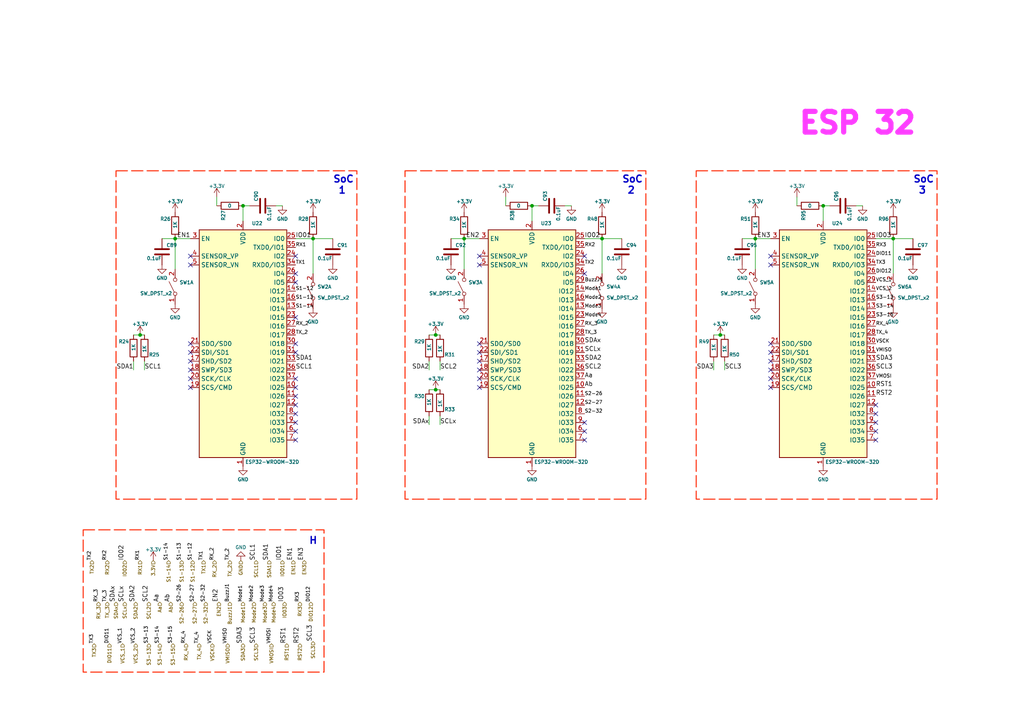
<source format=kicad_sch>
(kicad_sch (version 20230121) (generator eeschema)
  (paper "A4")
  (title_block (title "SoC_RemoteV2") (date "2024-11-28") (rev "V3") (company "Dharma Bot KRS"))
  (lib_symbols
    (symbol "Device:C" (pin_numbers hide) (pin_names (offset 0.254))
      (property "Reference" "C" (at 0.635 2.54 0))
      (property "Value" "C" (at 0.635 -2.54 0))
      (symbol "C_0_1"
        (polyline (pts (xy -2.032 -0.762) (xy 2.032 -0.762)) (stroke (width 0.508)))
        (polyline (pts (xy -2.032 0.762) (xy 2.032 0.762)) (stroke (width 0.508)))
      )
      (symbol "C_1_1"
        (pin passive line (at 0 3.81 270) (length 2.794) (name "~") (number "1"))
        (pin passive line (at 0 -3.81 90) (length 2.794) (name "~") (number "2"))
      )
    )
    (symbol "Device:R" (pin_numbers hide) (pin_names (offset 0))
      (property "Reference" "R" (at 2.032 0 90))
      (property "Value" "R" (at 0 0 90))
      (symbol "R_0_1"
        (rectangle (start -1.016 -2.54) (end 1.016 2.54) (stroke (width 0.254)))
      )
      (symbol "R_1_1"
        (pin passive line (at 0 3.81 270) (length 1.27) (name "~") (number "1"))
        (pin passive line (at 0 -3.81 90) (length 1.27) (name "~") (number "2"))
      )
    )
    (symbol "RF_Module:ESP32-WROOM-32D"
      (property "Reference" "U" (at -12.7 34.29 0))
      (property "Value" "ESP32-WROOM-32D" (at 1.27 34.29 0))
      (symbol "ESP32-WROOM-32D_0_1"
        (rectangle (start -12.7 33.02) (end 12.7 -33.02) (stroke (width 0.254)) (fill (type background)))
      )
      (symbol "ESP32-WROOM-32D_1_1"
        (pin power_in line (at 0 -35.56 90) (length 2.54) (name "GND") (number "1"))
        (pin bidirectional line (at 15.24 -12.7 180) (length 2.54) (name "IO25") (number "10"))
        (pin bidirectional line (at 15.24 -15.24 180) (length 2.54) (name "IO26") (number "11"))
        (pin bidirectional line (at 15.24 -17.78 180) (length 2.54) (name "IO27") (number "12"))
        (pin bidirectional line (at 15.24 10.16 180) (length 2.54) (name "IO14") (number "13"))
        (pin bidirectional line (at 15.24 15.24 180) (length 2.54) (name "IO12") (number "14"))
        (pin passive line (at 0 -35.56 90) (length 2.54) hide (name "GND") (number "15"))
        (pin bidirectional line (at 15.24 12.7 180) (length 2.54) (name "IO13") (number "16"))
        (pin bidirectional line (at -15.24 -5.08 0) (length 2.54) (name "SHD/SD2") (number "17"))
        (pin bidirectional line (at -15.24 -7.62 0) (length 2.54) (name "SWP/SD3") (number "18"))
        (pin bidirectional line (at -15.24 -12.7 0) (length 2.54) (name "SCS/CMD") (number "19"))
        (pin power_in line (at 0 35.56 270) (length 2.54) (name "VDD") (number "2"))
        (pin bidirectional line (at -15.24 -10.16 0) (length 2.54) (name "SCK/CLK") (number "20"))
        (pin bidirectional line (at -15.24 0 0) (length 2.54) (name "SDO/SD0") (number "21"))
        (pin bidirectional line (at -15.24 -2.54 0) (length 2.54) (name "SDI/SD1") (number "22"))
        (pin bidirectional line (at 15.24 7.62 180) (length 2.54) (name "IO15") (number "23"))
        (pin bidirectional line (at 15.24 25.4 180) (length 2.54) (name "IO2") (number "24"))
        (pin bidirectional line (at 15.24 30.48 180) (length 2.54) (name "IO0") (number "25"))
        (pin bidirectional line (at 15.24 20.32 180) (length 2.54) (name "IO4") (number "26"))
        (pin bidirectional line (at 15.24 5.08 180) (length 2.54) (name "IO16") (number "27"))
        (pin bidirectional line (at 15.24 2.54 180) (length 2.54) (name "IO17") (number "28"))
        (pin bidirectional line (at 15.24 17.78 180) (length 2.54) (name "IO5") (number "29"))
        (pin input line (at -15.24 30.48 0) (length 2.54) (name "EN") (number "3"))
        (pin bidirectional line (at 15.24 0 180) (length 2.54) (name "IO18") (number "30"))
        (pin bidirectional line (at 15.24 -2.54 180) (length 2.54) (name "IO19") (number "31"))
        (pin no_connect line (at -12.7 -27.94 0) (length 2.54) hide (name "NC") (number "32"))
        (pin bidirectional line (at 15.24 -5.08 180) (length 2.54) (name "IO21") (number "33"))
        (pin bidirectional line (at 15.24 22.86 180) (length 2.54) (name "RXD0/IO3") (number "34"))
        (pin bidirectional line (at 15.24 27.94 180) (length 2.54) (name "TXD0/IO1") (number "35"))
        (pin bidirectional line (at 15.24 -7.62 180) (length 2.54) (name "IO22") (number "36"))
        (pin bidirectional line (at 15.24 -10.16 180) (length 2.54) (name "IO23") (number "37"))
        (pin passive line (at 0 -35.56 90) (length 2.54) hide (name "GND") (number "38"))
        (pin passive line (at 0 -35.56 90) (length 2.54) hide (name "GND") (number "39"))
        (pin input line (at -15.24 25.4 0) (length 2.54) (name "SENSOR_VP") (number "4"))
        (pin input line (at -15.24 22.86 0) (length 2.54) (name "SENSOR_VN") (number "5"))
        (pin input line (at 15.24 -25.4 180) (length 2.54) (name "IO34") (number "6"))
        (pin input line (at 15.24 -27.94 180) (length 2.54) (name "IO35") (number "7"))
        (pin bidirectional line (at 15.24 -20.32 180) (length 2.54) (name "IO32") (number "8"))
        (pin bidirectional line (at 15.24 -22.86 180) (length 2.54) (name "IO33") (number "9"))
      )
    )
    (symbol "Switch:SW_DPST_x2" (pin_names (offset 0) hide)
      (property "Reference" "SW" (at 0 3.175 0))
      (property "Value" "SW_DPST_x2" (at 0 -2.54 0))
      (symbol "SW_DPST_x2_0_0"
        (circle (center -2.032 0) (radius 0.508))
        (polyline (pts (xy -1.524 0.254) (xy 1.524 1.778)))
        (circle (center 2.032 0) (radius 0.508))
      )
      (symbol "SW_DPST_x2_1_1"
        (pin passive line (at -5.08 0 0) (length 2.54) (name "A") (number "1"))
        (pin passive line (at 5.08 0 180) (length 2.54) (name "B") (number "2"))
      )
      (symbol "SW_DPST_x2_2_1"
        (pin passive line (at -5.08 0 0) (length 2.54) (name "A") (number "3"))
        (pin passive line (at 5.08 0 180) (length 2.54) (name "B") (number "4"))
      )
    )
    (symbol "power:+3.3V" (power) (pin_names (offset 0))
      (property "Value" "+3.3V" (at 0 3.556 0))
      (symbol "+3.3V_0_1"
        (polyline (pts (xy -0.762 1.27) (xy 0 2.54)))
        (polyline (pts (xy 0 0) (xy 0 2.54)))
        (polyline (pts (xy 0 2.54) (xy 0.762 1.27)))
      )
      (symbol "+3.3V_1_1"
        (pin power_in line (at 0 0 90) (length 0) hide (name "+3.3V") (number "1"))
      )
    )
    (symbol "power:GND" (power) (pin_names (offset 0))
      (property "Value" "GND" (at 0 -3.81 0))
      (symbol "GND_0_1"
        (polyline (pts (xy 0 0) (xy 0 -1.27) (xy 1.27 -1.27) (xy 0 -2.54) (xy -1.27 -1.27) (xy 0 -1.27)))
      )
      (symbol "GND_1_1"
        (pin power_in line (at 0 0 270) (length 0) hide (name "GND") (number "1"))
      )
    )
  )
  (junction (at 219.075 69.215))
  (junction (at 238.76 59.69))
  (junction (at 50.8 69.215))
  (junction (at 40.64 97.155))
  (junction (at 90.805 69.215))
  (junction (at 174.625 69.215))
  (junction (at 259.08 69.215))
  (junction (at 126.365 97.155))
  (junction (at 208.915 97.155))
  (junction (at 70.485 59.69))
  (junction (at 126.365 113.03))
  (junction (at 154.305 59.69))
  (junction (at 134.62 69.215))
  (no_connect (at 223.52 109.855))
  (no_connect (at 85.725 117.475))
  (no_connect (at 223.52 99.695))
  (no_connect (at 55.245 109.855))
  (no_connect (at 254 125.095))
  (no_connect (at 223.52 74.295))
  (no_connect (at 55.245 102.235))
  (no_connect (at 85.725 120.015))
  (no_connect (at 169.545 74.295))
  (no_connect (at 223.52 76.835))
  (no_connect (at 169.545 122.555))
  (no_connect (at 85.725 125.095))
  (no_connect (at 85.725 109.855))
  (no_connect (at 254 127.635))
  (no_connect (at 139.065 109.855))
  (no_connect (at 85.725 81.915))
  (no_connect (at 85.725 122.555))
  (no_connect (at 55.245 104.775))
  (no_connect (at 85.725 79.375))
  (no_connect (at 254 117.475))
  (no_connect (at 85.725 102.235))
  (no_connect (at 223.52 112.395))
  (no_connect (at 55.245 112.395))
  (no_connect (at 139.065 76.835))
  (no_connect (at 169.545 127.635))
  (no_connect (at 55.245 107.315))
  (no_connect (at 85.725 114.935))
  (no_connect (at 139.065 104.775))
  (no_connect (at 139.065 74.295))
  (no_connect (at 55.245 74.295))
  (no_connect (at 223.52 104.775))
  (no_connect (at 85.725 92.075))
  (no_connect (at 85.725 74.295))
  (no_connect (at 169.545 125.095))
  (no_connect (at 139.065 112.395))
  (no_connect (at 85.725 112.395))
  (no_connect (at 254 120.015))
  (no_connect (at 254 122.555))
  (no_connect (at 55.245 99.695))
  (no_connect (at 139.065 99.695))
  (no_connect (at 223.52 102.235))
  (no_connect (at 55.245 76.835))
  (no_connect (at 139.065 102.235))
  (no_connect (at 169.545 79.375))
  (no_connect (at 85.725 127.635))
  (no_connect (at 139.065 107.315))
  (no_connect (at 85.725 99.695))
  (no_connect (at 223.52 107.315))
  (wire (pts (xy 50.8 69.215) (xy 55.245 69.215)))
  (wire (pts (xy 127.635 104.775) (xy 127.635 107.315)))
  (wire (pts (xy 40.64 97.155) (xy 41.91 97.155)))
  (wire (pts (xy 50.8 69.215) (xy 50.8 78.105)))
  (wire (pts (xy 208.915 97.155) (xy 210.185 97.155)))
  (wire (pts (xy 85.725 69.215) (xy 90.805 69.215)))
  (wire (pts (xy 90.805 69.215) (xy 90.805 79.375)))
  (wire (pts (xy 124.46 120.65) (xy 124.46 123.19)))
  (wire (pts (xy 154.305 59.69) (xy 154.305 64.135)))
  (wire (pts (xy 124.46 113.03) (xy 126.365 113.03)))
  (wire (pts (xy 154.305 59.69) (xy 156.21 59.69)))
  (wire (pts (xy 134.62 69.215) (xy 134.62 78.105)))
  (wire (pts (xy 163.83 59.69) (xy 165.735 59.69)))
  (wire (pts (xy 70.485 59.69) (xy 72.39 59.69)))
  (wire (pts (xy 126.365 113.03) (xy 127.635 113.03)))
  (wire (pts (xy 127.635 120.65) (xy 127.635 123.19)))
  (wire (pts (xy 41.91 104.775) (xy 41.91 107.315)))
  (wire (pts (xy 124.46 104.775) (xy 124.46 107.315)))
  (wire (pts (xy 146.685 57.15) (xy 146.685 59.69)))
  (wire (pts (xy 215.265 69.215) (xy 219.075 69.215)))
  (wire (pts (xy 210.185 104.775) (xy 210.185 107.315)))
  (wire (pts (xy 219.075 69.215) (xy 223.52 69.215)))
  (wire (pts (xy 46.99 69.215) (xy 50.8 69.215)))
  (wire (pts (xy 231.14 57.15) (xy 231.14 59.69)))
  (wire (pts (xy 134.62 69.215) (xy 139.065 69.215)))
  (wire (pts (xy 90.805 69.215) (xy 96.52 69.215)))
  (wire (pts (xy 259.08 69.215) (xy 264.795 69.215)))
  (wire (pts (xy 248.285 59.69) (xy 250.19 59.69)))
  (wire (pts (xy 219.075 69.215) (xy 219.075 78.105)))
  (wire (pts (xy 238.76 59.69) (xy 238.76 64.135)))
  (wire (pts (xy 169.545 69.215) (xy 174.625 69.215)))
  (wire (pts (xy 259.08 69.215) (xy 259.08 79.375)))
  (wire (pts (xy 130.81 69.215) (xy 134.62 69.215)))
  (wire (pts (xy 174.625 69.215) (xy 174.625 79.375)))
  (wire (pts (xy 38.735 97.155) (xy 40.64 97.155)))
  (wire (pts (xy 38.735 104.775) (xy 38.735 107.315)))
  (wire (pts (xy 254 69.215) (xy 259.08 69.215)))
  (wire (pts (xy 126.365 97.155) (xy 127.635 97.155)))
  (wire (pts (xy 80.01 59.69) (xy 81.915 59.69)))
  (wire (pts (xy 174.625 69.215) (xy 180.34 69.215)))
  (wire (pts (xy 70.485 59.69) (xy 70.485 64.135)))
  (wire (pts (xy 207.01 104.775) (xy 207.01 107.315)))
  (wire (pts (xy 207.01 97.155) (xy 208.915 97.155)))
  (wire (pts (xy 124.46 97.155) (xy 126.365 97.155)))
  (wire (pts (xy 62.865 57.15) (xy 62.865 59.69)))
  (wire (pts (xy 238.76 59.69) (xy 240.665 59.69)))
  (rectangle (start 24.13 153.67) (end 93.98 194.945) (stroke (width 0.3) (type dash) (color 255 44 9 1)))
  (rectangle (start 33.655 49.53) (end 103.505 144.78) (stroke (width 0.3) (type dash) (color 255 44 9 1)))
  (rectangle (start 201.93 49.53) (end 271.78 144.78) (stroke (width 0.3) (type dash) (color 255 44 9 1)))
  (rectangle (start 117.475 49.53) (end 187.325 144.78) (stroke (width 0.3) (type dash) (color 255 44 9 1)))
  (text "SoC \n 1\n" (at 96.52 56.515 0) (effects (font (size 2 2) (thickness 0.4) bold) (justify left bottom)))
  (text "ESP 32" (at 231.14 39.37 0) (effects (font (size 6 6) (thickness 1.6) bold) (justify left bottom)))
  (text "H\n" (at 89.535 158.115 0) (effects (font (size 2 2) (thickness 0.4) bold) (justify left bottom)))
  (text "SoC \n 2\n" (at 180.34 56.515 0) (effects (font (size 2 2) (thickness 0.4) bold) (justify left bottom)))
  (text "SoC \n 3\n" (at 264.795 56.515 0) (effects (font (size 2 2) (thickness 0.4) bold) (justify left bottom)))
  (label "SCL2" (at 127.635 107.315 0))
  (label "S1-12" (at 85.725 84.455 0) (effects (font (size 1 1))))
  (label "IO01" (at 85.725 69.215 0))
  (label "SCLx" (at 36.195 174.625 90))
  (label "SDA3" (at 70.485 186.69 90))
  (label "TX1" (at 59.055 162.56 90) (effects (font (size 1 1))))
  (label "SCL1" (at 74.295 162.56 90))
  (label "VMISO" (at 66.04 186.69 90) (effects (font (size 1 1))))
  (label "IO01" (at 81.915 162.56 90))
  (label "Mode2" (at 169.545 86.995 0) (effects (font (size 1 1))))
  (label "Ab" (at 169.545 112.395 0))
  (label "IO03" (at 254 69.215 0))
  (label "S3-13" (at 43.18 186.69 90) (effects (font (size 1 1))))
  (label "SCL3" (at 74.295 186.69 90))
  (label "SDA1" (at 78.105 162.56 90))
  (label "Mode3" (at 169.545 89.535 0) (effects (font (size 1 1))))
  (label "RX3" (at 86.995 174.625 90) (effects (font (size 1 1))))
  (label "RST2" (at 86.995 186.69 90))
  (label "RST1" (at 254 112.395 0))
  (label "S3-15" (at 254 92.075 0) (effects (font (size 1 1))))
  (label "VMOSI" (at 254 109.855 0) (effects (font (size 1 1))))
  (label "S3-15" (at 50.165 186.69 90) (effects (font (size 1 1))))
  (label "EN3" (at 88.265 162.56 90))
  (label "VCS_1" (at 254 81.915 0) (effects (font (size 1 1))))
  (label "Aa" (at 169.545 109.855 0))
  (label "SCL2" (at 43.18 174.625 90))
  (label "VCS_2" (at 254 84.455 0) (effects (font (size 1 1))))
  (label "S3-14" (at 254 89.535 0) (effects (font (size 1 1))))
  (label "TX2" (at 26.67 162.56 90) (effects (font (size 1 1))))
  (label "S2-27" (at 169.545 117.475 0) (effects (font (size 1 1))))
  (label "SCL1" (at 85.725 107.315 0))
  (label "Mode2" (at 73.66 174.625 90) (effects (font (size 1 1))))
  (label "S1-13" (at 52.705 162.56 90) (effects (font (size 1 1))))
  (label "SCL1" (at 41.91 107.315 0))
  (label "S2-27" (at 56.515 174.625 90) (effects (font (size 1 1))))
  (label "DIO11" (at 31.75 186.69 90) (effects (font (size 1 1))))
  (label "S1-14" (at 85.725 89.535 0) (effects (font (size 1 1))))
  (label "TX3" (at 254 76.835 0) (effects (font (size 1 1))))
  (label "S2-32" (at 59.69 174.625 90) (effects (font (size 1 1))))
  (label "EN2" (at 63.5 174.625 90))
  (label "SCL3" (at 90.805 186.055 90))
  (label "TX1" (at 85.725 76.835 0) (effects (font (size 1 1))))
  (label "RST1" (at 83.185 186.69 90))
  (label "SCLx" (at 169.545 102.235 0))
  (label "RX2" (at 169.545 71.755 0) (effects (font (size 1 1))))
  (label "BuzzJ1" (at 66.675 174.625 90) (effects (font (size 1 1))))
  (label "Mode1" (at 70.485 174.625 90) (effects (font (size 1 1))))
  (label "IO02" (at 36.195 162.56 90))
  (label "TX_2" (at 85.725 97.155 0) (effects (font (size 1 1))))
  (label "SDA1" (at 38.735 107.315 180))
  (label "RX1" (at 85.725 71.755 0) (effects (font (size 1 1))))
  (label "S1-13" (at 85.725 86.995 0) (effects (font (size 1 1))))
  (label "RX3" (at 254 71.755 0) (effects (font (size 1 1))))
  (label "SCL3" (at 210.185 107.315 0))
  (label "SCLx" (at 127.635 123.19 0))
  (label "SCL2" (at 169.545 107.315 0))
  (label "Mode4" (at 79.375 174.625 90) (effects (font (size 1 1))))
  (label "DIO12" (at 254 79.375 0) (effects (font (size 1 1))))
  (label "VCS_1" (at 35.56 186.69 90) (effects (font (size 1 1))))
  (label "RX_3" (at 169.545 94.615 0) (effects (font (size 1 1))))
  (label "S2-26" (at 169.545 114.935 0) (effects (font (size 1 1))))
  (label "IO02" (at 169.545 69.215 0))
  (label "SCL3" (at 254 107.315 0))
  (label "S3-13" (at 254 86.995 0) (effects (font (size 1 1))))
  (label "TX2" (at 169.545 76.835 0) (effects (font (size 1 1))))
  (label "VCS_2" (at 39.37 186.69 90) (effects (font (size 1 1))))
  (label "VMISO" (at 254 102.235 0) (effects (font (size 1 1))))
  (label "SDA2" (at 39.37 174.625 90))
  (label "S1-14" (at 48.895 162.56 90) (effects (font (size 1 1))))
  (label "RST2" (at 254 114.935 0))
  (label "EN2" (at 139.065 69.215 180))
  (label "DIO11" (at 254 74.295 0) (effects (font (size 1 1))))
  (label "TX_4" (at 254 97.155 0) (effects (font (size 1 1))))
  (label "S1-12" (at 55.88 162.56 90) (effects (font (size 1 1))))
  (label "Mode1" (at 169.545 84.455 0) (effects (font (size 1 1))))
  (label "TX_2" (at 66.675 162.56 90) (effects (font (size 1 1))))
  (label "RX2" (at 31.115 162.56 90) (effects (font (size 1 1))))
  (label "Ab" (at 49.53 174.625 90))
  (label "TX_4" (at 57.785 186.69 90) (effects (font (size 1 1))))
  (label "DIO12" (at 90.17 174.625 90) (effects (font (size 1 1))))
  (label "BuzzJ1" (at 169.545 81.915 0) (effects (font (size 1 1))))
  (label "S2-32" (at 169.545 120.015 0) (effects (font (size 1 1))))
  (label "Mode3" (at 76.835 174.625 90) (effects (font (size 1 1))))
  (label "Mode4" (at 169.545 92.075 0) (effects (font (size 1 1))))
  (label "RX1" (at 40.64 162.56 90) (effects (font (size 1 1))))
  (label "SDAx" (at 169.545 99.695 0))
  (label "VSCK" (at 61.595 186.69 90) (effects (font (size 1 1))))
  (label "SDAx" (at 33.655 174.625 90))
  (label "S3-14" (at 46.355 186.69 90) (effects (font (size 1 1))))
  (label "SDA2" (at 124.46 107.315 180))
  (label "RX_4" (at 53.975 186.69 90) (effects (font (size 1 1))))
  (label "TX3" (at 27.305 186.69 90) (effects (font (size 1 1))))
  (label "SDA3" (at 254 104.775 0))
  (label "TX_3" (at 169.545 97.155 0) (effects (font (size 1 1))))
  (label "RX_2" (at 62.23 162.56 90) (effects (font (size 1 1))))
  (label "VSCK" (at 254 99.695 0) (effects (font (size 1 1))))
  (label "IO03" (at 82.55 174.625 90))
  (label "VMOSI" (at 78.74 186.69 90) (effects (font (size 1 1))))
  (label "SDA2" (at 169.545 104.775 0))
  (label "SDA1" (at 85.725 104.775 0))
  (label "Aa" (at 46.355 174.625 90))
  (label "RX_2" (at 85.725 94.615 0) (effects (font (size 1 1))))
  (label "SDAx" (at 124.46 123.19 180))
  (label "EN1" (at 55.245 69.215 180))
  (label "EN1" (at 85.09 162.56 90))
  (label "RX_3" (at 28.575 174.625 90) (effects (font (size 1 1))))
  (label "S2-26" (at 52.705 174.625 90) (effects (font (size 1 1))))
  (label "RX_4" (at 254 94.615 0) (effects (font (size 1 1))))
  (label "EN3" (at 223.52 69.215 180))
  (label "TX_3" (at 31.115 174.625 90) (effects (font (size 1 1))))
  (label "SDA3" (at 207.01 107.315 180))
  (hierarchical_label "S2-32" (shape input) (at 59.69 174.625 270) (effects (font (size 1 1))))
  (hierarchical_label "SDA3" (shape input) (at 70.485 186.69 270) (effects (font (size 1 1))))
  (hierarchical_label "S3-14" (shape input) (at 46.355 186.69 270) (effects (font (size 1 1))))
  (hierarchical_label "IO02" (shape input) (at 36.195 162.56 270) (effects (font (size 1 1))))
  (hierarchical_label "VSCK" (shape input) (at 61.595 186.69 270) (effects (font (size 1 1))))
  (hierarchical_label "SCL2" (shape input) (at 43.18 174.625 270) (effects (font (size 1 1))))
  (hierarchical_label "SCL3" (shape input) (at 74.295 186.69 270) (effects (font (size 1 1))))
  (hierarchical_label "Ab" (shape input) (at 49.53 174.625 270) (effects (font (size 1 1))))
  (hierarchical_label "RX3" (shape input) (at 86.995 174.625 270) (effects (font (size 1 1))))
  (hierarchical_label "Mode2" (shape input) (at 73.66 174.625 270) (effects (font (size 1 1))))
  (hierarchical_label "TX2" (shape input) (at 26.67 162.56 270) (effects (font (size 1 1))))
  (hierarchical_label "VMOSI" (shape input) (at 78.74 186.69 270) (effects (font (size 1 1))))
  (hierarchical_label "S1-12" (shape input) (at 55.88 162.56 270) (effects (font (size 1 1))))
  (hierarchical_label "EN2" (shape input) (at 63.5 174.625 270) (effects (font (size 1 1))))
  (hierarchical_label "TX_2" (shape input) (at 66.675 162.56 270) (effects (font (size 1 1))))
  (hierarchical_label "TX_4" (shape input) (at 57.785 186.69 270) (effects (font (size 1 1))))
  (hierarchical_label "BuzzJ1" (shape input) (at 66.675 174.625 270) (effects (font (size 1 1))))
  (hierarchical_label "TX_3" (shape input) (at 31.115 174.625 270) (effects (font (size 1 1))))
  (hierarchical_label "RX2" (shape input) (at 31.115 162.56 270) (effects (font (size 1 1))))
  (hierarchical_label "IO03" (shape input) (at 82.55 174.625 270) (effects (font (size 1 1))))
  (hierarchical_label "DIO11" (shape input) (at 31.75 186.69 270) (effects (font (size 1 1))))
  (hierarchical_label "SDA1" (shape input) (at 78.105 162.56 270) (effects (font (size 1 1))))
  (hierarchical_label "VCS_2" (shape input) (at 39.37 186.69 270) (effects (font (size 1 1))))
  (hierarchical_label "3.3V" (shape input) (at 44.45 162.56 270) (effects (font (size 1 1))))
  (hierarchical_label "SCLx" (shape input) (at 36.195 174.625 270) (effects (font (size 1 1))))
  (hierarchical_label "Mode1" (shape input) (at 70.485 174.625 270) (effects (font (size 1 1))))
  (hierarchical_label "RST1" (shape input) (at 83.185 186.69 270) (effects (font (size 1 1))))
  (hierarchical_label "EN3" (shape input) (at 88.265 162.56 270) (effects (font (size 1 1))))
  (hierarchical_label "TX1" (shape input) (at 59.055 162.56 270) (effects (font (size 1 1))))
  (hierarchical_label "GND" (shape input) (at 69.85 162.56 270) (effects (font (size 1 1))))
  (hierarchical_label "SDAx" (shape input) (at 33.655 174.625 270) (effects (font (size 1 1))))
  (hierarchical_label "S3-13" (shape input) (at 43.18 186.69 270) (effects (font (size 1 1))))
  (hierarchical_label "Aa" (shape input) (at 46.355 174.625 270) (effects (font (size 1 1))))
  (hierarchical_label "IO01" (shape input) (at 81.915 162.56 270) (effects (font (size 1 1))))
  (hierarchical_label "SDA2" (shape input) (at 39.37 174.625 270) (effects (font (size 1 1))))
  (hierarchical_label "Mode4" (shape input) (at 79.375 174.625 270) (effects (font (size 1 1))))
  (hierarchical_label "SCL3" (shape input) (at 90.805 186.055 270) (effects (font (size 1 1))))
  (hierarchical_label "RX_3" (shape input) (at 28.575 174.625 270) (effects (font (size 1 1))))
  (hierarchical_label "VMISO" (shape input) (at 66.04 186.69 270) (effects (font (size 1 1))))
  (hierarchical_label "S1-14" (shape input) (at 48.895 162.56 270) (effects (font (size 1 1))))
  (hierarchical_label "SCL1" (shape input) (at 74.295 162.56 270) (effects (font (size 1 1))))
  (hierarchical_label "S2-27" (shape input) (at 56.515 174.625 270) (effects (font (size 1 1))))
  (hierarchical_label "TX3" (shape input) (at 27.305 186.69 270) (effects (font (size 1 1))))
  (hierarchical_label "DIO12" (shape input) (at 90.17 174.625 270) (effects (font (size 1 1))))
  (hierarchical_label "Mode3" (shape input) (at 76.835 174.625 270) (effects (font (size 1 1))))
  (hierarchical_label "RST2" (shape input) (at 86.995 186.69 270) (effects (font (size 1 1))))
  (hierarchical_label "VCS_1" (shape input) (at 35.56 186.69 270) (effects (font (size 1 1))))
  (hierarchical_label "S1-13" (shape input) (at 52.705 162.56 270) (effects (font (size 1 1))))
  (hierarchical_label "RX_4" (shape input) (at 53.975 186.69 270) (effects (font (size 1 1))))
  (hierarchical_label "EN1" (shape input) (at 85.09 162.56 270) (effects (font (size 1 1))))
  (hierarchical_label "RX1" (shape input) (at 40.64 162.56 270) (effects (font (size 1 1))))
  (hierarchical_label "S3-15" (shape input) (at 50.165 186.69 270) (effects (font (size 1 1))))
  (hierarchical_label "RX_2" (shape input) (at 62.23 162.56 270) (effects (font (size 1 1))))
  (hierarchical_label "S2-26" (shape input) (at 52.705 174.625 270) (effects (font (size 1 1))))
  (symbol (lib_id "Switch:SW_DPST_x2") (at 174.625 84.455 90) (unit 1)
    (property "Reference" "SW4" (at 175.895 83.1849 90) (effects (font (size 1 1)) (justify right)))
    (property "Value" "SW_DPST_x2" (at 175.895 86.36 90) (effects (font (size 1 1)) (justify right)))
    (property "Footprint" "Button_Switch_SMD:SW_Tactile_SPST_NO_Straight_CK_PTS636Sx25SMTRLFS" (effects hide))
  )
  (symbol (lib_id "Device:R") (at 210.185 100.965 0) (unit 1)
    (property "Reference" "R50" (at 211.455 102.87 0) (effects (font (size 1 1)) (justify left)))
    (property "Value" "1K" (at 210.185 102.235 90) (effects (font (size 1 1)) (justify left)))
    (property "Footprint" "Resistor_SMD:R_0402_1005Metric" (effects hide))
  )
  (symbol (lib_id "Device:R") (at 150.495 59.69 270) (unit 1)
    (property "Reference" "R38" (at 148.59 60.96 0) (effects (font (size 1 1)) (justify left)))
    (property "Value" "0" (at 149.86 59.69 90) (effects (font (size 1 1)) (justify left)))
    (property "Footprint" "Resistor_SMD:R_0402_1005Metric" (effects hide))
  )
  (symbol (lib_id "Device:R") (at 219.075 65.405 180) (unit 1)
    (property "Reference" "R51" (at 217.805 63.5 0) (effects (font (size 1 1)) (justify left)))
    (property "Value" "1K" (at 219.075 64.135 90) (effects (font (size 1 1)) (justify left)))
    (property "Footprint" "Resistor_SMD:R_0402_1005Metric" (effects hide))
  )
  (symbol (lib_id "Device:R") (at 66.675 59.69 270) (unit 1)
    (property "Reference" "R27" (at 64.77 60.96 0) (effects (font (size 1 1)) (justify left)))
    (property "Value" "0" (at 66.04 59.69 90) (effects (font (size 1 1)) (justify left)))
    (property "Footprint" "Resistor_SMD:R_0402_1005Metric" (effects hide))
  )
  (symbol (lib_id "Device:R") (at 234.95 59.69 270) (unit 1)
    (property "Reference" "R95" (at 233.045 60.96 0) (effects (font (size 1 1)) (justify left)))
    (property "Value" "0" (at 234.315 59.69 90) (effects (font (size 1 1)) (justify left)))
    (property "Footprint" "Resistor_SMD:R_0402_1005Metric" (effects hide))
  )
  (symbol (lib_id "power:GND") (at 69.85 162.56 180) (unit 1)
    (property "Reference" "#PWR0225" (effects hide))
    (property "Value" "GND" (at 69.85 158.75 0) (effects (font (size 1 1))))
  )
  (symbol (lib_id "power:GND") (at 174.625 89.535 0) (unit 1)
    (property "Reference" "#PWR0241" (effects hide))
    (property "Value" "GND" (at 174.625 93.345 0) (effects (font (size 1 1))))
  )
  (symbol (lib_id "power:GND") (at 264.795 76.835 0) (unit 1)
    (property "Reference" "#PWR0243" (effects hide))
    (property "Value" "GND" (at 264.795 80.645 0) (effects (font (size 1 1))))
  )
  (symbol (lib_id "power:+3.3V") (at 126.365 113.03 0) (unit 1)
    (property "Reference" "#PWR0233" (effects hide))
    (property "Value" "+3.3V" (at 126.365 109.855 0) (effects (font (size 1 1))))
  )
  (symbol (lib_id "Device:C") (at 215.265 73.025 180) (unit 1)
    (property "Reference" "C95" (at 216.535 71.12 0) (effects (font (size 1 1)) (justify right)))
    (property "Value" "0.1uF" (at 210.82 74.93 0) (effects (font (size 1 1)) (justify right)))
    (property "Footprint" "Capacitor_SMD:C_0402_1005Metric" (effects hide))
  )
  (symbol (lib_id "Device:R") (at 127.635 100.965 0) (unit 1)
    (property "Reference" "R31" (at 128.905 102.87 0) (effects (font (size 1 1)) (justify left)))
    (property "Value" "1K" (at 127.635 102.235 90) (effects (font (size 1 1)) (justify left)))
    (property "Footprint" "Resistor_SMD:R_0402_1005Metric" (effects hide))
  )
  (symbol (lib_id "Device:R") (at 127.635 116.84 0) (unit 1)
    (property "Reference" "R33" (at 128.905 118.745 0) (effects (font (size 1 1)) (justify left)))
    (property "Value" "1K" (at 127.635 118.11 90) (effects (font (size 1 1)) (justify left)))
    (property "Footprint" "Resistor_SMD:R_0402_1005Metric" (effects hide))
  )
  (symbol (lib_id "power:GND") (at 215.265 76.835 0) (unit 1)
    (property "Reference" "#PWR0240" (effects hide))
    (property "Value" "GND" (at 215.265 80.645 0) (effects (font (size 1 1))))
  )
  (symbol (lib_id "power:GND") (at 70.485 135.255 0) (unit 1)
    (property "Reference" "#PWR0232" (effects hide))
    (property "Value" "GND" (at 70.485 139.065 0) (effects (font (size 1 1))))
  )
  (symbol (lib_id "Switch:SW_DPST_x2") (at 134.62 83.185 90) (unit 1)
    (property "Reference" "SW3" (at 135.89 81.9149 90) (effects (font (size 1 1)) (justify right)))
    (property "Value" "SW_DPST_x2" (at 124.46 85.09 90) (effects (font (size 1 1)) (justify right)))
    (property "Footprint" "Button_Switch_SMD:SW_Tactile_SPST_NO_Straight_CK_PTS636Sx25SMTRLFS" (effects hide))
  )
  (symbol (lib_id "power:+3.3V") (at 208.915 97.155 0) (unit 1)
    (property "Reference" "#PWR0238" (effects hide))
    (property "Value" "+3.3V" (at 208.915 93.98 0) (effects (font (size 1 1))))
  )
  (symbol (lib_id "Device:C") (at 96.52 73.025 180) (unit 1)
    (property "Reference" "C91" (at 97.79 71.12 0) (effects (font (size 1 1)) (justify right)))
    (property "Value" "0.1uF" (at 92.075 74.93 0) (effects (font (size 1 1)) (justify right)))
    (property "Footprint" "Capacitor_SMD:C_0402_1005Metric" (effects hide))
  )
  (symbol (lib_id "Device:R") (at 174.625 65.405 180) (unit 1)
    (property "Reference" "R48" (at 173.355 63.5 0) (effects (font (size 1 1)) (justify left)))
    (property "Value" "1K" (at 174.625 64.135 90) (effects (font (size 1 1)) (justify left)))
    (property "Footprint" "Resistor_SMD:R_0402_1005Metric" (effects hide))
  )
  (symbol (lib_id "Device:R") (at 124.46 116.84 180) (unit 1)
    (property "Reference" "R30" (at 123.19 114.935 0) (effects (font (size 1 1)) (justify left)))
    (property "Value" "1K" (at 124.46 115.57 90) (effects (font (size 1 1)) (justify left)))
    (property "Footprint" "Resistor_SMD:R_0402_1005Metric" (effects hide))
  )
  (symbol (lib_id "power:GND") (at 154.305 135.255 0) (unit 1)
    (property "Reference" "#PWR0228" (effects hide))
    (property "Value" "GND" (at 154.305 139.065 0) (effects (font (size 1 1))))
  )
  (symbol (lib_id "Device:R") (at 41.91 100.965 0) (unit 1)
    (property "Reference" "R25" (at 43.18 102.87 0) (effects (font (size 1 1)) (justify left)))
    (property "Value" "1K" (at 41.91 102.235 90) (effects (font (size 1 1)) (justify left)))
    (property "Footprint" "Resistor_SMD:R_0402_1005Metric" (effects hide))
  )
  (symbol (lib_id "power:+3.3V") (at 40.64 97.155 0) (unit 1)
    (property "Reference" "#PWR0217" (effects hide))
    (property "Value" "+3.3V" (at 40.64 93.98 0) (effects (font (size 1 1))))
  )
  (symbol (lib_id "Device:R") (at 90.805 65.405 180) (unit 1)
    (property "Reference" "R28" (at 89.535 63.5 0) (effects (font (size 1 1)) (justify left)))
    (property "Value" "1K" (at 90.805 64.135 90) (effects (font (size 1 1)) (justify left)))
    (property "Footprint" "Resistor_SMD:R_0402_1005Metric" (effects hide))
  )
  (symbol (lib_id "power:GND") (at 96.52 76.835 0) (unit 1)
    (property "Reference" "#PWR0234" (effects hide))
    (property "Value" "GND" (at 96.52 80.645 0) (effects (font (size 1 1))))
  )
  (symbol (lib_id "power:+3.3V") (at 126.365 97.155 0) (unit 1)
    (property "Reference" "#PWR0236" (effects hide))
    (property "Value" "+3.3V" (at 126.365 93.98 0) (effects (font (size 1 1))))
  )
  (symbol (lib_id "Device:R") (at 259.08 65.405 180) (unit 1)
    (property "Reference" "R96" (at 257.81 63.5 0) (effects (font (size 1 1)) (justify left)))
    (property "Value" "1K" (at 259.08 64.135 90) (effects (font (size 1 1)) (justify left)))
    (property "Footprint" "Resistor_SMD:R_0402_1005Metric" (effects hide))
  )
  (symbol (lib_id "RF_Module:ESP32-WROOM-32D") (at 238.76 99.695 0) (unit 1)
    (property "Reference" "U24" (at 241.3 64.77 0) (effects (font (size 1 1)) (justify left)))
    (property "Value" "ESP32-WROOM-32D" (at 239.395 133.985 0) (effects (font (size 1 1)) (justify left)))
    (property "Footprint" "RF_Module:ESP32-WROOM-32D" (effects hide))
    (property "Datasheet" "https://www.espressif.com/sites/default/files/documentation/esp32-wroom-32d_esp32-wroom-32u_datasheet_en.pdf" (effects hide))
  )
  (symbol (lib_id "power:GND") (at 250.19 59.69 0) (unit 1)
    (property "Reference" "#PWR0245" (effects hide))
    (property "Value" "GND" (at 250.19 63.5 0) (effects (font (size 1 1))))
  )
  (symbol (lib_id "Device:C") (at 180.34 73.025 180) (unit 1)
    (property "Reference" "C94" (at 181.61 71.12 0) (effects (font (size 1 1)) (justify right)))
    (property "Value" "0.1uF" (at 175.895 74.93 0) (effects (font (size 1 1)) (justify right)))
    (property "Footprint" "Capacitor_SMD:C_0402_1005Metric" (effects hide))
  )
  (symbol (lib_id "power:+3.3V") (at 174.625 61.595 0) (unit 1)
    (property "Reference" "#PWR0227" (effects hide))
    (property "Value" "+3.3V" (at 174.625 58.42 0) (effects (font (size 1 1))))
  )
  (symbol (lib_id "Device:R") (at 38.735 100.965 180) (unit 1)
    (property "Reference" "R24" (at 37.465 99.06 0) (effects (font (size 1 1)) (justify left)))
    (property "Value" "1K" (at 38.735 99.695 90) (effects (font (size 1 1)) (justify left)))
    (property "Footprint" "Resistor_SMD:R_0402_1005Metric" (effects hide))
  )
  (symbol (lib_id "power:GND") (at 238.76 135.255 0) (unit 1)
    (property "Reference" "#PWR0249" (effects hide))
    (property "Value" "GND" (at 238.76 139.065 0) (effects (font (size 1 1))))
  )
  (symbol (lib_id "power:+3.3V") (at 219.075 61.595 0) (unit 1)
    (property "Reference" "#PWR0248" (effects hide))
    (property "Value" "+3.3V" (at 219.075 58.42 0) (effects (font (size 1 1))))
  )
  (symbol (lib_id "power:GND") (at 90.805 89.535 0) (unit 1)
    (property "Reference" "#PWR0219" (effects hide))
    (property "Value" "GND" (at 90.805 93.345 0) (effects (font (size 1 1))))
  )
  (symbol (lib_id "power:+3.3V") (at 90.805 61.595 0) (unit 1)
    (property "Reference" "#PWR0221" (effects hide))
    (property "Value" "+3.3V" (at 90.805 58.42 0) (effects (font (size 1 1))))
  )
  (symbol (lib_id "power:+3.3V") (at 231.14 57.15 0) (unit 1)
    (property "Reference" "#PWR0244" (effects hide))
    (property "Value" "+3.3V" (at 231.14 53.975 0) (effects (font (size 1 1))))
  )
  (symbol (lib_id "power:+3.3V") (at 62.865 57.15 0) (unit 1)
    (property "Reference" "#PWR0220" (effects hide))
    (property "Value" "+3.3V" (at 62.865 53.975 0) (effects (font (size 1 1))))
  )
  (symbol (lib_id "Device:C") (at 76.2 59.69 270) (unit 1)
    (property "Reference" "C90" (at 74.295 58.42 0) (effects (font (size 1 1)) (justify right)))
    (property "Value" "0.1uF" (at 78.105 64.135 0) (effects (font (size 1 1)) (justify right)))
    (property "Footprint" "Capacitor_SMD:C_0402_1005Metric" (effects hide))
  )
  (symbol (lib_id "Switch:SW_DPST_x2") (at 90.805 84.455 90) (unit 1)
    (property "Reference" "SW2" (at 92.075 83.1849 90) (effects (font (size 1 1)) (justify right)))
    (property "Value" "SW_DPST_x2" (at 92.075 86.36 90) (effects (font (size 1 1)) (justify right)))
    (property "Footprint" "Button_Switch_SMD:SW_Tactile_SPST_NO_Straight_CK_PTS636Sx25SMTRLFS" (effects hide))
  )
  (symbol (lib_id "power:GND") (at 46.99 76.835 0) (unit 1)
    (property "Reference" "#PWR0224" (effects hide))
    (property "Value" "GND" (at 46.99 80.645 0) (effects (font (size 1 1))))
  )
  (symbol (lib_id "Switch:SW_DPST_x2") (at 219.075 83.185 90) (unit 1)
    (property "Reference" "SW5" (at 220.345 81.9149 90) (effects (font (size 1 1)) (justify right)))
    (property "Value" "SW_DPST_x2" (at 208.915 85.09 90) (effects (font (size 1 1)) (justify right)))
    (property "Footprint" "Button_Switch_SMD:SW_Tactile_SPST_NO_Straight_CK_PTS636Sx25SMTRLFS" (effects hide))
  )
  (symbol (lib_id "power:GND") (at 134.62 88.265 0) (unit 1)
    (property "Reference" "#PWR0237" (effects hide))
    (property "Value" "GND" (at 134.62 92.075 0) (effects (font (size 1 1))))
  )
  (symbol (lib_id "power:+3.3V") (at 146.685 57.15 0) (unit 1)
    (property "Reference" "#PWR0229" (effects hide))
    (property "Value" "+3.3V" (at 146.685 53.975 0) (effects (font (size 1 1))))
  )
  (symbol (lib_id "power:GND") (at 50.8 88.265 0) (unit 1)
    (property "Reference" "#PWR0223" (effects hide))
    (property "Value" "GND" (at 50.8 92.075 0) (effects (font (size 1 1))))
  )
  (symbol (lib_id "power:GND") (at 165.735 59.69 0) (unit 1)
    (property "Reference" "#PWR0231" (effects hide))
    (property "Value" "GND" (at 165.735 63.5 0) (effects (font (size 1 1))))
  )
  (symbol (lib_id "power:GND") (at 81.915 59.69 0) (unit 1)
    (property "Reference" "#PWR0218" (effects hide))
    (property "Value" "GND" (at 81.915 63.5 0) (effects (font (size 1 1))))
  )
  (symbol (lib_id "Device:C") (at 130.81 73.025 180) (unit 1)
    (property "Reference" "C92" (at 132.08 71.12 0) (effects (font (size 1 1)) (justify right)))
    (property "Value" "0.1uF" (at 126.365 74.93 0) (effects (font (size 1 1)) (justify right)))
    (property "Footprint" "Capacitor_SMD:C_0402_1005Metric" (effects hide))
  )
  (symbol (lib_id "Device:R") (at 50.8 65.405 180) (unit 1)
    (property "Reference" "R26" (at 49.53 63.5 0) (effects (font (size 1 1)) (justify left)))
    (property "Value" "1K" (at 50.8 64.135 90) (effects (font (size 1 1)) (justify left)))
    (property "Footprint" "Resistor_SMD:R_0402_1005Metric" (effects hide))
  )
  (symbol (lib_id "power:GND") (at 130.81 76.835 0) (unit 1)
    (property "Reference" "#PWR0235" (effects hide))
    (property "Value" "GND" (at 130.81 80.645 0) (effects (font (size 1 1))))
  )
  (symbol (lib_id "power:GND") (at 219.075 88.265 0) (unit 1)
    (property "Reference" "#PWR0239" (effects hide))
    (property "Value" "GND" (at 219.075 92.075 0) (effects (font (size 1 1))))
  )
  (symbol (lib_id "power:GND") (at 180.34 76.835 0) (unit 1)
    (property "Reference" "#PWR0242" (effects hide))
    (property "Value" "GND" (at 180.34 80.645 0) (effects (font (size 1 1))))
  )
  (symbol (lib_id "RF_Module:ESP32-WROOM-32D") (at 70.485 99.695 0) (unit 1)
    (property "Reference" "U22" (at 73.025 64.77 0) (effects (font (size 1 1)) (justify left)))
    (property "Value" "ESP32-WROOM-32D" (at 71.12 133.985 0) (effects (font (size 1 1)) (justify left)))
    (property "Footprint" "RF_Module:ESP32-WROOM-32D" (effects hide))
    (property "Datasheet" "https://www.espressif.com/sites/default/files/documentation/esp32-wroom-32d_esp32-wroom-32u_datasheet_en.pdf" (effects hide))
  )
  (symbol (lib_id "Switch:SW_DPST_x2") (at 50.8 83.185 90) (unit 1)
    (property "Reference" "SW1" (at 52.07 81.9149 90) (effects (font (size 1 1)) (justify right)))
    (property "Value" "SW_DPST_x2" (at 40.64 85.09 90) (effects (font (size 1 1)) (justify right)))
    (property "Footprint" "Button_Switch_SMD:SW_Tactile_SPST_NO_Straight_CK_PTS636Sx25SMTRLFS" (effects hide))
  )
  (symbol (lib_id "Device:R") (at 207.01 100.965 180) (unit 1)
    (property "Reference" "R49" (at 205.74 99.06 0) (effects (font (size 1 1)) (justify left)))
    (property "Value" "1K" (at 207.01 99.695 90) (effects (font (size 1 1)) (justify left)))
    (property "Footprint" "Resistor_SMD:R_0402_1005Metric" (effects hide))
  )
  (symbol (lib_id "Switch:SW_DPST_x2") (at 259.08 84.455 90) (unit 1)
    (property "Reference" "SW6" (at 260.35 83.1849 90) (effects (font (size 1 1)) (justify right)))
    (property "Value" "SW_DPST_x2" (at 260.35 86.36 90) (effects (font (size 1 1)) (justify right)))
    (property "Footprint" "Button_Switch_SMD:SW_Tactile_SPST_NO_Straight_CK_PTS636Sx25SMTRLFS" (effects hide))
  )
  (symbol (lib_id "Device:R") (at 124.46 100.965 180) (unit 1)
    (property "Reference" "R29" (at 123.19 99.06 0) (effects (font (size 1 1)) (justify left)))
    (property "Value" "1K" (at 124.46 99.695 90) (effects (font (size 1 1)) (justify left)))
    (property "Footprint" "Resistor_SMD:R_0402_1005Metric" (effects hide))
  )
  (symbol (lib_id "Device:C") (at 244.475 59.69 270) (unit 1)
    (property "Reference" "C96" (at 242.57 58.42 0) (effects (font (size 1 1)) (justify right)))
    (property "Value" "0.1uF" (at 246.38 64.135 0) (effects (font (size 1 1)) (justify right)))
    (property "Footprint" "Capacitor_SMD:C_0402_1005Metric" (effects hide))
  )
  (symbol (lib_id "Device:R") (at 134.62 65.405 180) (unit 1)
    (property "Reference" "R34" (at 133.35 63.5 0) (effects (font (size 1 1)) (justify left)))
    (property "Value" "1K" (at 134.62 64.135 90) (effects (font (size 1 1)) (justify left)))
    (property "Footprint" "Resistor_SMD:R_0402_1005Metric" (effects hide))
  )
  (symbol (lib_id "Device:C") (at 160.02 59.69 270) (unit 1)
    (property "Reference" "C93" (at 158.115 58.42 0) (effects (font (size 1 1)) (justify right)))
    (property "Value" "0.1uF" (at 161.925 64.135 0) (effects (font (size 1 1)) (justify right)))
    (property "Footprint" "Capacitor_SMD:C_0402_1005Metric" (effects hide))
  )
  (symbol (lib_id "power:GND") (at 259.08 89.535 0) (unit 1)
    (property "Reference" "#PWR0247" (effects hide))
    (property "Value" "GND" (at 259.08 93.345 0) (effects (font (size 1 1))))
  )
  (symbol (lib_id "power:+3.3V") (at 134.62 61.595 0) (unit 1)
    (property "Reference" "#PWR0230" (effects hide))
    (property "Value" "+3.3V" (at 134.62 58.42 0) (effects (font (size 1 1))))
  )
  (symbol (lib_id "power:+3.3V") (at 50.8 61.595 0) (unit 1)
    (property "Reference" "#PWR0222" (effects hide))
    (property "Value" "+3.3V" (at 50.8 58.42 0) (effects (font (size 1 1))))
  )
  (symbol (lib_id "RF_Module:ESP32-WROOM-32D") (at 154.305 99.695 0) (unit 1)
    (property "Reference" "U23" (at 156.845 64.77 0) (effects (font (size 1 1)) (justify left)))
    (property "Value" "ESP32-WROOM-32D" (at 154.94 133.985 0) (effects (font (size 1 1)) (justify left)))
    (property "Footprint" "RF_Module:ESP32-WROOM-32D" (effects hide))
    (property "Datasheet" "https://www.espressif.com/sites/default/files/documentation/esp32-wroom-32d_esp32-wroom-32u_datasheet_en.pdf" (effects hide))
  )
  (symbol (lib_id "power:+3.3V") (at 259.08 61.595 0) (unit 1)
    (property "Reference" "#PWR0246" (effects hide))
    (property "Value" "+3.3V" (at 259.08 58.42 0) (effects (font (size 1 1))))
  )
  (symbol (lib_id "power:+3.3V") (at 44.45 162.56 0) (unit 1)
    (property "Reference" "#PWR0226" (effects hide))
    (property "Value" "+3.3V" (at 44.45 159.385 0) (effects (font (size 1 1))))
  )
  (symbol (lib_id "Device:C") (at 46.99 73.025 180) (unit 1)
    (property "Reference" "C89" (at 48.26 71.12 0) (effects (font (size 1 1)) (justify right)))
    (property "Value" "0.1uF" (at 42.545 74.93 0) (effects (font (size 1 1)) (justify right)))
    (property "Footprint" "Capacitor_SMD:C_0402_1005Metric" (effects hide))
  )
  (symbol (lib_id "Device:C") (at 264.795 73.025 180) (unit 1)
    (property "Reference" "C97" (at 266.065 71.12 0) (effects (font (size 1 1)) (justify right)))
    (property "Value" "0.1uF" (at 260.35 74.93 0) (effects (font (size 1 1)) (justify right)))
    (property "Footprint" "Capacitor_SMD:C_0402_1005Metric" (effects hide))
  )
)
</source>
